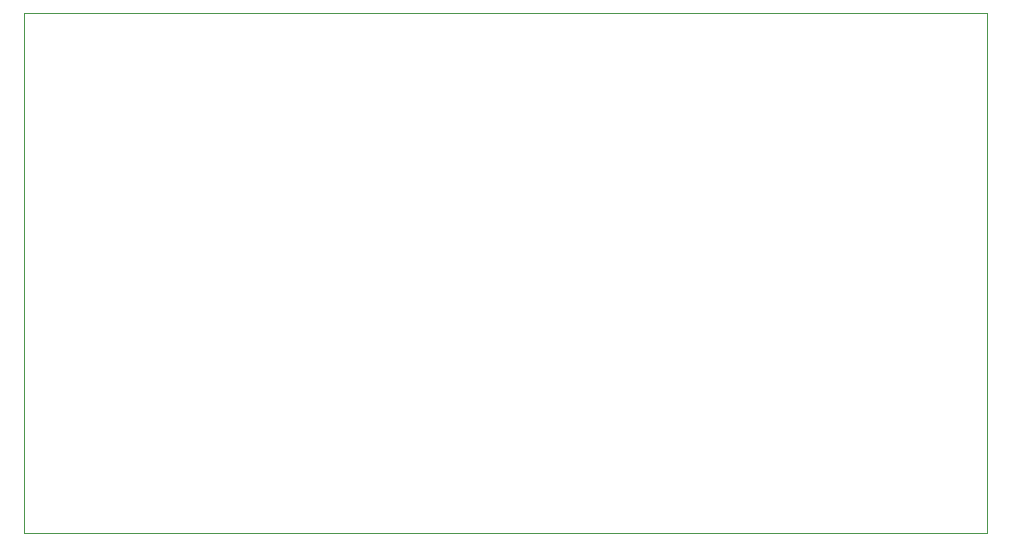
<source format=gbr>
%TF.GenerationSoftware,KiCad,Pcbnew,7.0.11-7.0.11~ubuntu20.04.1*%
%TF.CreationDate,2024-04-30T14:05:29-04:00*%
%TF.ProjectId,AudioAmpEEL,41756469-6f41-46d7-9045-454c2e6b6963,rev?*%
%TF.SameCoordinates,Original*%
%TF.FileFunction,Profile,NP*%
%FSLAX46Y46*%
G04 Gerber Fmt 4.6, Leading zero omitted, Abs format (unit mm)*
G04 Created by KiCad (PCBNEW 7.0.11-7.0.11~ubuntu20.04.1) date 2024-04-30 14:05:29*
%MOMM*%
%LPD*%
G01*
G04 APERTURE LIST*
%TA.AperFunction,Profile*%
%ADD10C,0.050000*%
%TD*%
G04 APERTURE END LIST*
D10*
X103000000Y-72000000D02*
X184500000Y-72000000D01*
X184500000Y-116000000D01*
X103000000Y-116000000D01*
X103000000Y-72000000D01*
M02*

</source>
